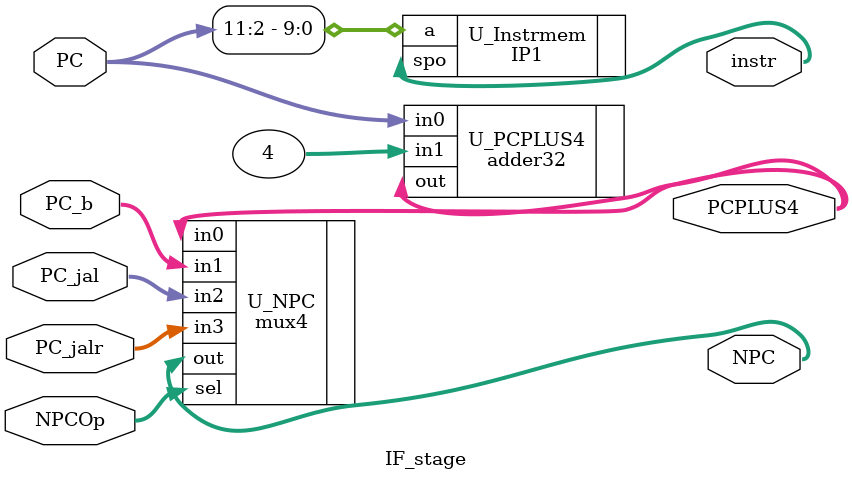
<source format=v>
module IF_stage(
    input [31:0] PC, PC_b, PC_jal, PC_jalr,
    input [2:0] NPCOp,
    output [31:0] NPC, PCPLUS4, instr
);

adder32 U_PCPLUS4(
    .in0(PC),
    .in1(32'b0000_0000_0000_0000_0000_0000_0000_0100),
    .out(PCPLUS4)
);

mux4 U_NPC(
    .sel(NPCOp),
    .in0(PCPLUS4),
    .in1(PC_b),
    .in2(PC_jal),
    .in3(PC_jalr),
    .out(NPC)
);

IP1 U_Instrmem(
    .a(PC[11:2]),
    .spo(instr)
);

endmodule
</source>
